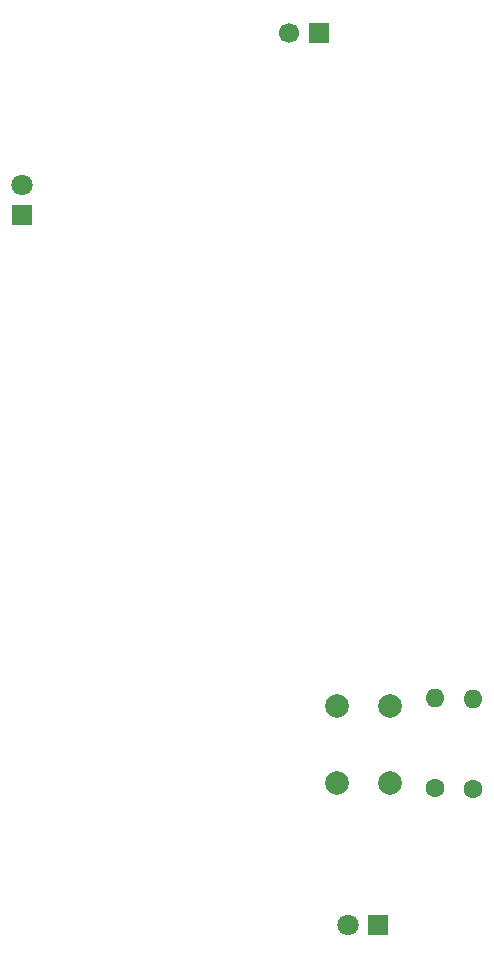
<source format=gbr>
%TF.GenerationSoftware,KiCad,Pcbnew,9.0.1*%
%TF.CreationDate,2025-04-25T02:08:01-06:00*%
%TF.ProjectId,Now were talkin,4e6f7720-7765-4726-9520-74616c6b696e,rev?*%
%TF.SameCoordinates,Original*%
%TF.FileFunction,Soldermask,Top*%
%TF.FilePolarity,Negative*%
%FSLAX46Y46*%
G04 Gerber Fmt 4.6, Leading zero omitted, Abs format (unit mm)*
G04 Created by KiCad (PCBNEW 9.0.1) date 2025-04-25 02:08:01*
%MOMM*%
%LPD*%
G01*
G04 APERTURE LIST*
%ADD10C,1.800000*%
%ADD11R,1.800000X1.800000*%
%ADD12C,1.700000*%
%ADD13R,1.700000X1.700000*%
%ADD14O,1.600000X1.600000*%
%ADD15C,1.600000*%
%ADD16C,2.000000*%
G04 APERTURE END LIST*
D10*
%TO.C,D3*%
X140924867Y-105570290D03*
D11*
X140924867Y-108110290D03*
%TD*%
D12*
%TO.C,M2*%
X163532711Y-92718134D03*
D13*
X166072711Y-92718134D03*
%TD*%
D14*
%TO.C,R5*%
X175887555Y-149078990D03*
D15*
X175887555Y-156698990D03*
%TD*%
D14*
%TO.C,R4*%
X179072711Y-149098134D03*
D15*
X179072711Y-156718134D03*
%TD*%
D16*
%TO.C,SW2*%
X167572711Y-149718134D03*
X167572711Y-156218134D03*
X172072711Y-149718134D03*
X172072711Y-156218134D03*
%TD*%
D11*
%TO.C,D4*%
X171072711Y-168218134D03*
D10*
X168532711Y-168218134D03*
%TD*%
M02*

</source>
